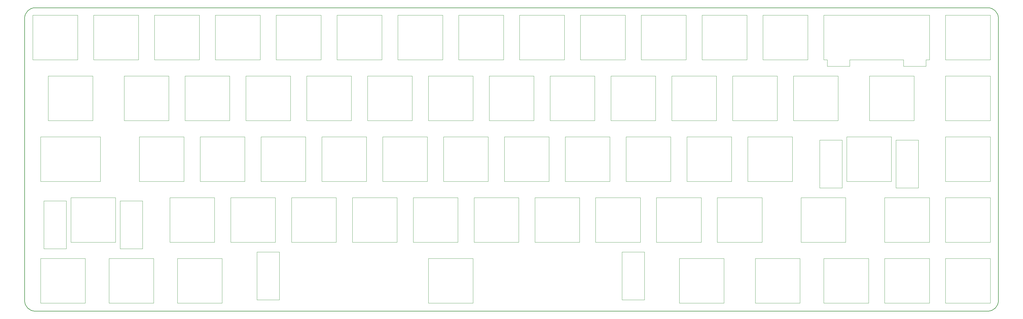
<source format=gm1>
G04 #@! TF.GenerationSoftware,KiCad,Pcbnew,(5.1.5)-3*
G04 #@! TF.CreationDate,2020-03-22T08:54:41+11:00*
G04 #@! TF.ProjectId,discipline-pcb,64697363-6970-46c6-996e-652d7063622e,rev?*
G04 #@! TF.SameCoordinates,Original*
G04 #@! TF.FileFunction,Profile,NP*
%FSLAX46Y46*%
G04 Gerber Fmt 4.6, Leading zero omitted, Abs format (unit mm)*
G04 Created by KiCad (PCBNEW (5.1.5)-3) date 2020-03-22 08:54:41*
%MOMM*%
%LPD*%
G04 APERTURE LIST*
%ADD10C,0.150000*%
%ADD11C,0.120000*%
G04 APERTURE END LIST*
D10*
X341221400Y-63720900D02*
G75*
G02X344528459Y-67027959I0J-3307059D01*
G01*
X39634532Y-67027959D02*
G75*
G02X42941591Y-63720900I3307059J0D01*
G01*
X42941591Y-63720900D02*
X341221400Y-63720900D01*
X341221400Y-158748869D02*
X42944591Y-158748869D01*
X344528459Y-67027959D02*
X344528459Y-155441810D01*
X39634532Y-155444809D02*
X39634532Y-67027959D01*
X344528459Y-155441810D02*
G75*
G02X341221400Y-158748869I-3307059J0D01*
G01*
X42944591Y-158748868D02*
G75*
G02X39634532Y-155444809I-3000J3307059D01*
G01*
D11*
X297930200Y-80020400D02*
X314806200Y-80020400D01*
X314806200Y-82020400D02*
X321806200Y-82020400D01*
X321806200Y-80020400D02*
X321806200Y-82020400D01*
X314806200Y-80020400D02*
X314806200Y-82020400D01*
X297930200Y-82020400D02*
X297930200Y-80020400D01*
X297930200Y-82020400D02*
X290930200Y-82020400D01*
X290930200Y-82020400D02*
X290930200Y-80020400D01*
X289843800Y-80020400D02*
X290930200Y-80020400D01*
X289843800Y-66020400D02*
X289843800Y-80020400D01*
X322892600Y-66020400D02*
X289843800Y-66020400D01*
X321806200Y-80020400D02*
X322892600Y-80020400D01*
X322892600Y-80020400D02*
X322892600Y-66020400D01*
X44590500Y-104118000D02*
X44590500Y-118118000D01*
X44590500Y-118118000D02*
X63352700Y-118118000D01*
X63352700Y-118118000D02*
X63352700Y-104118000D01*
X63352700Y-104118000D02*
X44590500Y-104118000D01*
X327941400Y-142215600D02*
X327941400Y-156215600D01*
X327941400Y-156215600D02*
X341941400Y-156215600D01*
X341941400Y-156215600D02*
X341941400Y-142215600D01*
X341941400Y-142215600D02*
X327941400Y-142215600D01*
X308892600Y-142215600D02*
X308892600Y-156215600D01*
X308892600Y-156215600D02*
X322892600Y-156215600D01*
X322892600Y-156215600D02*
X322892600Y-142215600D01*
X322892600Y-142215600D02*
X308892600Y-142215600D01*
X289843800Y-142215600D02*
X289843800Y-156215600D01*
X289843800Y-156215600D02*
X303843800Y-156215600D01*
X303843800Y-156215600D02*
X303843800Y-142215600D01*
X303843800Y-142215600D02*
X289843800Y-142215600D01*
X268413900Y-142215600D02*
X268413900Y-156215600D01*
X268413900Y-156215600D02*
X282413900Y-156215600D01*
X282413900Y-156215600D02*
X282413900Y-142215600D01*
X282413900Y-142215600D02*
X268413900Y-142215600D01*
X244602900Y-142215600D02*
X244602900Y-156215600D01*
X244602900Y-156215600D02*
X258602900Y-156215600D01*
X258602900Y-156215600D02*
X258602900Y-142215600D01*
X258602900Y-142215600D02*
X244602900Y-142215600D01*
X119376600Y-155215600D02*
X112376600Y-155215600D01*
X112376600Y-155215600D02*
X112376600Y-140215600D01*
X119376600Y-155215600D02*
X119376600Y-140215600D01*
X119376600Y-140215600D02*
X112376600Y-140215600D01*
X166026600Y-156215600D02*
X180026600Y-156215600D01*
X226676600Y-140215600D02*
X233676600Y-140215600D01*
X233676600Y-140215600D02*
X233676600Y-155215600D01*
X180026600Y-142215600D02*
X166026600Y-142215600D01*
X166026600Y-142215600D02*
X166026600Y-156215600D01*
X226676600Y-140215600D02*
X226676600Y-155215600D01*
X226676600Y-155215600D02*
X233676600Y-155215600D01*
X180026600Y-156215600D02*
X180026600Y-142215600D01*
X87450300Y-142215600D02*
X87450300Y-156215600D01*
X87450300Y-156215600D02*
X101450300Y-156215600D01*
X101450300Y-156215600D02*
X101450300Y-142215600D01*
X101450300Y-142215600D02*
X87450300Y-142215600D01*
X66020400Y-142215600D02*
X66020400Y-156215600D01*
X66020400Y-156215600D02*
X80020400Y-156215600D01*
X80020400Y-156215600D02*
X80020400Y-142215600D01*
X80020400Y-142215600D02*
X66020400Y-142215600D01*
X44590500Y-142215600D02*
X44590500Y-156215600D01*
X44590500Y-156215600D02*
X58590500Y-156215600D01*
X58590500Y-156215600D02*
X58590500Y-142215600D01*
X58590500Y-142215600D02*
X44590500Y-142215600D01*
X327941400Y-123166800D02*
X327941400Y-137166800D01*
X327941400Y-137166800D02*
X341941400Y-137166800D01*
X341941400Y-137166800D02*
X341941400Y-123166800D01*
X341941400Y-123166800D02*
X327941400Y-123166800D01*
X308892600Y-123166800D02*
X308892600Y-137166800D01*
X308892600Y-137166800D02*
X322892600Y-137166800D01*
X322892600Y-137166800D02*
X322892600Y-123166800D01*
X322892600Y-123166800D02*
X308892600Y-123166800D01*
X282700500Y-123166800D02*
X282700500Y-137166800D01*
X282700500Y-137166800D02*
X296700500Y-137166800D01*
X296700500Y-137166800D02*
X296700500Y-123166800D01*
X296700500Y-123166800D02*
X282700500Y-123166800D01*
X256508400Y-123166800D02*
X256508400Y-137166800D01*
X256508400Y-137166800D02*
X270508400Y-137166800D01*
X270508400Y-137166800D02*
X270508400Y-123166800D01*
X270508400Y-123166800D02*
X256508400Y-123166800D01*
X237459600Y-123166800D02*
X237459600Y-137166800D01*
X237459600Y-137166800D02*
X251459600Y-137166800D01*
X251459600Y-137166800D02*
X251459600Y-123166800D01*
X251459600Y-123166800D02*
X237459600Y-123166800D01*
X218410800Y-123166800D02*
X218410800Y-137166800D01*
X218410800Y-137166800D02*
X232410800Y-137166800D01*
X232410800Y-137166800D02*
X232410800Y-123166800D01*
X232410800Y-123166800D02*
X218410800Y-123166800D01*
X199362000Y-123166800D02*
X199362000Y-137166800D01*
X199362000Y-137166800D02*
X213362000Y-137166800D01*
X213362000Y-137166800D02*
X213362000Y-123166800D01*
X213362000Y-123166800D02*
X199362000Y-123166800D01*
X180313200Y-123166800D02*
X180313200Y-137166800D01*
X180313200Y-137166800D02*
X194313200Y-137166800D01*
X194313200Y-137166800D02*
X194313200Y-123166800D01*
X194313200Y-123166800D02*
X180313200Y-123166800D01*
X161264400Y-123166800D02*
X161264400Y-137166800D01*
X161264400Y-137166800D02*
X175264400Y-137166800D01*
X175264400Y-137166800D02*
X175264400Y-123166800D01*
X175264400Y-123166800D02*
X161264400Y-123166800D01*
X142215600Y-123166800D02*
X142215600Y-137166800D01*
X142215600Y-137166800D02*
X156215600Y-137166800D01*
X156215600Y-137166800D02*
X156215600Y-123166800D01*
X156215600Y-123166800D02*
X142215600Y-123166800D01*
X123166800Y-123166800D02*
X123166800Y-137166800D01*
X123166800Y-137166800D02*
X137166800Y-137166800D01*
X137166800Y-137166800D02*
X137166800Y-123166800D01*
X137166800Y-123166800D02*
X123166800Y-123166800D01*
X104118000Y-123166800D02*
X104118000Y-137166800D01*
X104118000Y-137166800D02*
X118118000Y-137166800D01*
X118118000Y-137166800D02*
X118118000Y-123166800D01*
X118118000Y-123166800D02*
X104118000Y-123166800D01*
X85069200Y-123166800D02*
X85069200Y-137166800D01*
X85069200Y-137166800D02*
X99069200Y-137166800D01*
X99069200Y-137166800D02*
X99069200Y-123166800D01*
X99069200Y-123166800D02*
X85069200Y-123166800D01*
X54114900Y-123166800D02*
X54114900Y-137166800D01*
X54114900Y-137166800D02*
X68114900Y-137166800D01*
X68114900Y-137166800D02*
X68114900Y-123166800D01*
X68114900Y-123166800D02*
X54114900Y-123166800D01*
X69552900Y-139166800D02*
X76552900Y-139166800D01*
X76552900Y-124166800D02*
X76552900Y-139166800D01*
X69552900Y-124166800D02*
X76552900Y-124166800D01*
X69552900Y-124166800D02*
X69552900Y-139166800D01*
X52676900Y-124166800D02*
X45676900Y-124166800D01*
X52676900Y-139166800D02*
X52676900Y-124166800D01*
X52676900Y-139166800D02*
X45676900Y-139166800D01*
X45676900Y-139166800D02*
X45676900Y-124166800D01*
X327941400Y-104118000D02*
X327941400Y-118118000D01*
X327941400Y-118118000D02*
X341941400Y-118118000D01*
X341941400Y-118118000D02*
X341941400Y-104118000D01*
X341941400Y-104118000D02*
X327941400Y-104118000D01*
X304130400Y-85069200D02*
X304130400Y-99069200D01*
X304130400Y-99069200D02*
X318130400Y-99069200D01*
X318130400Y-99069200D02*
X318130400Y-85069200D01*
X318130400Y-85069200D02*
X304130400Y-85069200D01*
X296987100Y-104118000D02*
X296987100Y-118118000D01*
X296987100Y-118118000D02*
X310987100Y-118118000D01*
X310987100Y-118118000D02*
X310987100Y-104118000D01*
X310987100Y-104118000D02*
X296987100Y-104118000D01*
X312425100Y-120118000D02*
X319425100Y-120118000D01*
X319425100Y-105118000D02*
X319425100Y-120118000D01*
X312425100Y-105118000D02*
X319425100Y-105118000D01*
X312425100Y-105118000D02*
X312425100Y-120118000D01*
X295549100Y-105118000D02*
X288549100Y-105118000D01*
X295549100Y-120118000D02*
X295549100Y-105118000D01*
X295549100Y-120118000D02*
X288549100Y-120118000D01*
X288549100Y-120118000D02*
X288549100Y-105118000D01*
X266032800Y-104118000D02*
X266032800Y-118118000D01*
X266032800Y-118118000D02*
X280032800Y-118118000D01*
X280032800Y-118118000D02*
X280032800Y-104118000D01*
X280032800Y-104118000D02*
X266032800Y-104118000D01*
X246984000Y-104118000D02*
X246984000Y-118118000D01*
X246984000Y-118118000D02*
X260984000Y-118118000D01*
X260984000Y-118118000D02*
X260984000Y-104118000D01*
X260984000Y-104118000D02*
X246984000Y-104118000D01*
X227935200Y-104118000D02*
X227935200Y-118118000D01*
X227935200Y-118118000D02*
X241935200Y-118118000D01*
X241935200Y-118118000D02*
X241935200Y-104118000D01*
X241935200Y-104118000D02*
X227935200Y-104118000D01*
X208886400Y-104118000D02*
X208886400Y-118118000D01*
X208886400Y-118118000D02*
X222886400Y-118118000D01*
X222886400Y-118118000D02*
X222886400Y-104118000D01*
X222886400Y-104118000D02*
X208886400Y-104118000D01*
X189837600Y-104118000D02*
X189837600Y-118118000D01*
X189837600Y-118118000D02*
X203837600Y-118118000D01*
X203837600Y-118118000D02*
X203837600Y-104118000D01*
X203837600Y-104118000D02*
X189837600Y-104118000D01*
X170788800Y-104118000D02*
X170788800Y-118118000D01*
X170788800Y-118118000D02*
X184788800Y-118118000D01*
X184788800Y-118118000D02*
X184788800Y-104118000D01*
X184788800Y-104118000D02*
X170788800Y-104118000D01*
X151740000Y-104118000D02*
X151740000Y-118118000D01*
X151740000Y-118118000D02*
X165740000Y-118118000D01*
X165740000Y-118118000D02*
X165740000Y-104118000D01*
X165740000Y-104118000D02*
X151740000Y-104118000D01*
X132691200Y-104118000D02*
X132691200Y-118118000D01*
X132691200Y-118118000D02*
X146691200Y-118118000D01*
X146691200Y-118118000D02*
X146691200Y-104118000D01*
X146691200Y-104118000D02*
X132691200Y-104118000D01*
X113642400Y-104118000D02*
X113642400Y-118118000D01*
X113642400Y-118118000D02*
X127642400Y-118118000D01*
X127642400Y-118118000D02*
X127642400Y-104118000D01*
X127642400Y-104118000D02*
X113642400Y-104118000D01*
X94593600Y-104118000D02*
X94593600Y-118118000D01*
X94593600Y-118118000D02*
X108593600Y-118118000D01*
X108593600Y-118118000D02*
X108593600Y-104118000D01*
X108593600Y-104118000D02*
X94593600Y-104118000D01*
X75544800Y-104118000D02*
X75544800Y-118118000D01*
X75544800Y-118118000D02*
X89544800Y-118118000D01*
X89544800Y-118118000D02*
X89544800Y-104118000D01*
X89544800Y-104118000D02*
X75544800Y-104118000D01*
X327941400Y-85069200D02*
X327941400Y-99069200D01*
X327941400Y-99069200D02*
X341941400Y-99069200D01*
X341941400Y-99069200D02*
X341941400Y-85069200D01*
X341941400Y-85069200D02*
X327941400Y-85069200D01*
X280319400Y-85069200D02*
X280319400Y-99069200D01*
X280319400Y-99069200D02*
X294319400Y-99069200D01*
X294319400Y-99069200D02*
X294319400Y-85069200D01*
X294319400Y-85069200D02*
X280319400Y-85069200D01*
X261270600Y-85069200D02*
X261270600Y-99069200D01*
X261270600Y-99069200D02*
X275270600Y-99069200D01*
X275270600Y-99069200D02*
X275270600Y-85069200D01*
X275270600Y-85069200D02*
X261270600Y-85069200D01*
X242221800Y-85069200D02*
X242221800Y-99069200D01*
X242221800Y-99069200D02*
X256221800Y-99069200D01*
X256221800Y-99069200D02*
X256221800Y-85069200D01*
X256221800Y-85069200D02*
X242221800Y-85069200D01*
X223173000Y-85069200D02*
X223173000Y-99069200D01*
X223173000Y-99069200D02*
X237173000Y-99069200D01*
X237173000Y-99069200D02*
X237173000Y-85069200D01*
X237173000Y-85069200D02*
X223173000Y-85069200D01*
X204124200Y-85069200D02*
X204124200Y-99069200D01*
X204124200Y-99069200D02*
X218124200Y-99069200D01*
X218124200Y-99069200D02*
X218124200Y-85069200D01*
X218124200Y-85069200D02*
X204124200Y-85069200D01*
X185075400Y-85069200D02*
X185075400Y-99069200D01*
X185075400Y-99069200D02*
X199075400Y-99069200D01*
X199075400Y-99069200D02*
X199075400Y-85069200D01*
X199075400Y-85069200D02*
X185075400Y-85069200D01*
X166026600Y-85069200D02*
X166026600Y-99069200D01*
X166026600Y-99069200D02*
X180026600Y-99069200D01*
X180026600Y-99069200D02*
X180026600Y-85069200D01*
X180026600Y-85069200D02*
X166026600Y-85069200D01*
X146977800Y-85069200D02*
X146977800Y-99069200D01*
X146977800Y-99069200D02*
X160977800Y-99069200D01*
X160977800Y-99069200D02*
X160977800Y-85069200D01*
X160977800Y-85069200D02*
X146977800Y-85069200D01*
X127929000Y-85069200D02*
X127929000Y-99069200D01*
X127929000Y-99069200D02*
X141929000Y-99069200D01*
X141929000Y-99069200D02*
X141929000Y-85069200D01*
X141929000Y-85069200D02*
X127929000Y-85069200D01*
X108880200Y-85069200D02*
X108880200Y-99069200D01*
X108880200Y-99069200D02*
X122880200Y-99069200D01*
X122880200Y-99069200D02*
X122880200Y-85069200D01*
X122880200Y-85069200D02*
X108880200Y-85069200D01*
X89831400Y-85069200D02*
X89831400Y-99069200D01*
X89831400Y-99069200D02*
X103831400Y-99069200D01*
X103831400Y-99069200D02*
X103831400Y-85069200D01*
X103831400Y-85069200D02*
X89831400Y-85069200D01*
X70782600Y-85069200D02*
X70782600Y-99069200D01*
X70782600Y-99069200D02*
X84782600Y-99069200D01*
X84782600Y-99069200D02*
X84782600Y-85069200D01*
X84782600Y-85069200D02*
X70782600Y-85069200D01*
X46971600Y-85069200D02*
X46971600Y-99069200D01*
X46971600Y-99069200D02*
X60971600Y-99069200D01*
X60971600Y-99069200D02*
X60971600Y-85069200D01*
X60971600Y-85069200D02*
X46971600Y-85069200D01*
X327941400Y-66020400D02*
X327941400Y-80020400D01*
X327941400Y-80020400D02*
X341941400Y-80020400D01*
X341941400Y-80020400D02*
X341941400Y-66020400D01*
X341941400Y-66020400D02*
X327941400Y-66020400D01*
X270795000Y-66020400D02*
X270795000Y-80020400D01*
X270795000Y-80020400D02*
X284795000Y-80020400D01*
X284795000Y-80020400D02*
X284795000Y-66020400D01*
X284795000Y-66020400D02*
X270795000Y-66020400D01*
X251746200Y-66020400D02*
X251746200Y-80020400D01*
X251746200Y-80020400D02*
X265746200Y-80020400D01*
X265746200Y-80020400D02*
X265746200Y-66020400D01*
X265746200Y-66020400D02*
X251746200Y-66020400D01*
X232697400Y-66020400D02*
X232697400Y-80020400D01*
X232697400Y-80020400D02*
X246697400Y-80020400D01*
X246697400Y-80020400D02*
X246697400Y-66020400D01*
X246697400Y-66020400D02*
X232697400Y-66020400D01*
X213648600Y-66020400D02*
X213648600Y-80020400D01*
X213648600Y-80020400D02*
X227648600Y-80020400D01*
X227648600Y-80020400D02*
X227648600Y-66020400D01*
X227648600Y-66020400D02*
X213648600Y-66020400D01*
X194599800Y-66020400D02*
X194599800Y-80020400D01*
X194599800Y-80020400D02*
X208599800Y-80020400D01*
X208599800Y-80020400D02*
X208599800Y-66020400D01*
X208599800Y-66020400D02*
X194599800Y-66020400D01*
X175551000Y-66020400D02*
X175551000Y-80020400D01*
X175551000Y-80020400D02*
X189551000Y-80020400D01*
X189551000Y-80020400D02*
X189551000Y-66020400D01*
X189551000Y-66020400D02*
X175551000Y-66020400D01*
X156502200Y-66020400D02*
X156502200Y-80020400D01*
X156502200Y-80020400D02*
X170502200Y-80020400D01*
X170502200Y-80020400D02*
X170502200Y-66020400D01*
X170502200Y-66020400D02*
X156502200Y-66020400D01*
X137453400Y-66020400D02*
X137453400Y-80020400D01*
X137453400Y-80020400D02*
X151453400Y-80020400D01*
X151453400Y-80020400D02*
X151453400Y-66020400D01*
X151453400Y-66020400D02*
X137453400Y-66020400D01*
X118404600Y-66020400D02*
X118404600Y-80020400D01*
X118404600Y-80020400D02*
X132404600Y-80020400D01*
X132404600Y-80020400D02*
X132404600Y-66020400D01*
X132404600Y-66020400D02*
X118404600Y-66020400D01*
X99355800Y-66020400D02*
X99355800Y-80020400D01*
X99355800Y-80020400D02*
X113355800Y-80020400D01*
X113355800Y-80020400D02*
X113355800Y-66020400D01*
X113355800Y-66020400D02*
X99355800Y-66020400D01*
X80307000Y-66020400D02*
X80307000Y-80020400D01*
X80307000Y-80020400D02*
X94307000Y-80020400D01*
X94307000Y-80020400D02*
X94307000Y-66020400D01*
X94307000Y-66020400D02*
X80307000Y-66020400D01*
X61258200Y-66020400D02*
X61258200Y-80020400D01*
X61258200Y-80020400D02*
X75258200Y-80020400D01*
X75258200Y-80020400D02*
X75258200Y-66020400D01*
X75258200Y-66020400D02*
X61258200Y-66020400D01*
X42209400Y-66020400D02*
X42209400Y-80020400D01*
X42209400Y-80020400D02*
X56209400Y-80020400D01*
X56209400Y-80020400D02*
X56209400Y-66020400D01*
X56209400Y-66020400D02*
X42209400Y-66020400D01*
M02*

</source>
